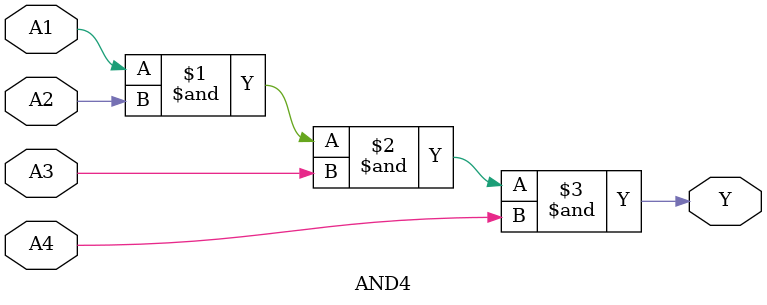
<source format=v>
module AND4 (output Y, input A1, input A2, input A3, input A4);
    assign Y = A1 & A2 & A3 & A4;
endmodule


</source>
